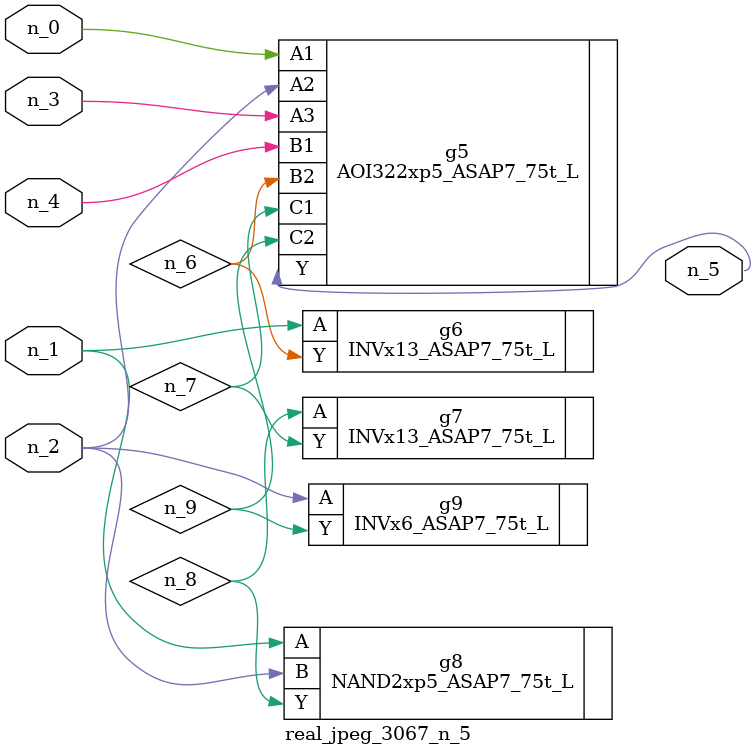
<source format=v>
module real_jpeg_3067_n_5 (n_4, n_0, n_1, n_2, n_3, n_5);

input n_4;
input n_0;
input n_1;
input n_2;
input n_3;

output n_5;

wire n_8;
wire n_6;
wire n_7;
wire n_9;

AOI322xp5_ASAP7_75t_L g5 ( 
.A1(n_0),
.A2(n_2),
.A3(n_3),
.B1(n_4),
.B2(n_6),
.C1(n_7),
.C2(n_9),
.Y(n_5)
);

INVx13_ASAP7_75t_L g6 ( 
.A(n_1),
.Y(n_6)
);

NAND2xp5_ASAP7_75t_L g8 ( 
.A(n_1),
.B(n_2),
.Y(n_8)
);

INVx6_ASAP7_75t_L g9 ( 
.A(n_2),
.Y(n_9)
);

INVx13_ASAP7_75t_L g7 ( 
.A(n_8),
.Y(n_7)
);


endmodule
</source>
